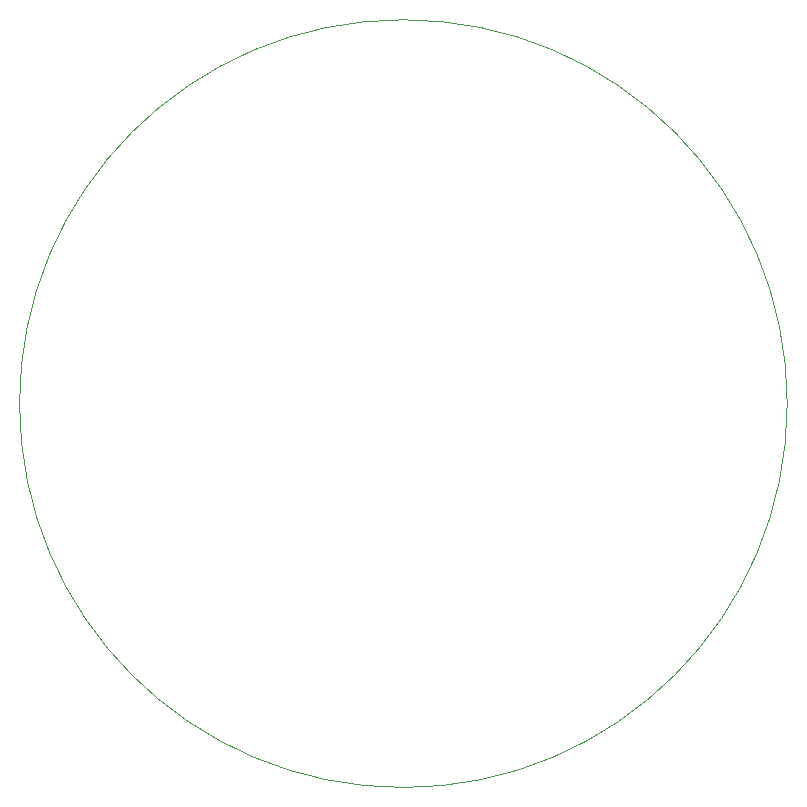
<source format=gbr>
%TF.GenerationSoftware,KiCad,Pcbnew,9.0.0*%
%TF.CreationDate,2025-03-26T13:37:58+01:00*%
%TF.ProjectId,LEDstripCtrl2.1,4c454473-7472-4697-9043-74726c322e31,rev?*%
%TF.SameCoordinates,Original*%
%TF.FileFunction,Profile,NP*%
%FSLAX46Y46*%
G04 Gerber Fmt 4.6, Leading zero omitted, Abs format (unit mm)*
G04 Created by KiCad (PCBNEW 9.0.0) date 2025-03-26 13:37:58*
%MOMM*%
%LPD*%
G01*
G04 APERTURE LIST*
%TA.AperFunction,Profile*%
%ADD10C,0.050000*%
%TD*%
G04 APERTURE END LIST*
D10*
X181500615Y-96200615D02*
G75*
G02*
X116499385Y-96200615I-32500615J0D01*
G01*
X116499385Y-96200615D02*
G75*
G02*
X181500615Y-96200615I32500615J0D01*
G01*
M02*

</source>
